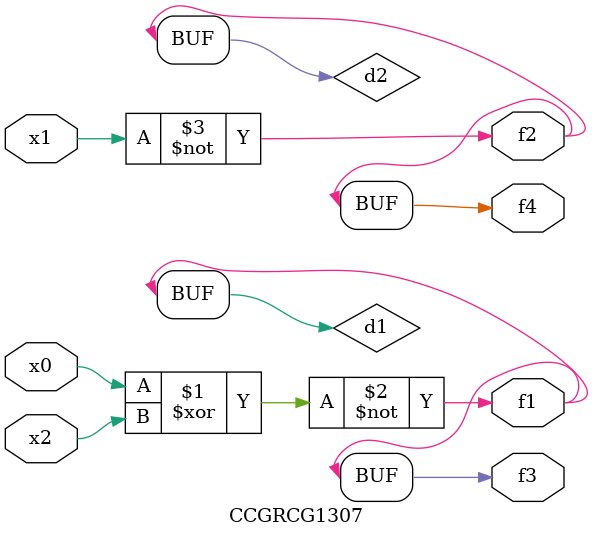
<source format=v>
module CCGRCG1307(
	input x0, x1, x2,
	output f1, f2, f3, f4
);

	wire d1, d2, d3;

	xnor (d1, x0, x2);
	nand (d2, x1);
	nor (d3, x1, x2);
	assign f1 = d1;
	assign f2 = d2;
	assign f3 = d1;
	assign f4 = d2;
endmodule

</source>
